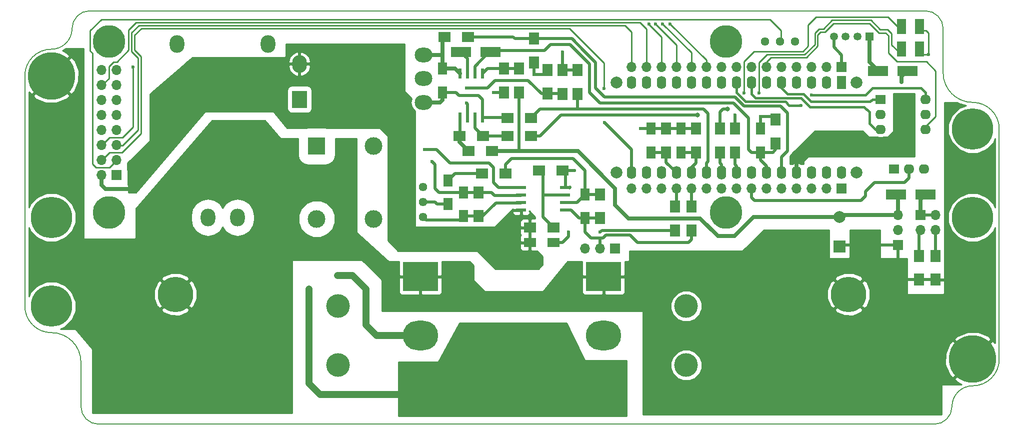
<source format=gbr>
G04 #@! TF.FileFunction,Copper,L1,Top,Signal*
%FSLAX46Y46*%
G04 Gerber Fmt 4.6, Leading zero omitted, Abs format (unit mm)*
G04 Created by KiCad (PCBNEW 4.0.7-e2-6376~61~ubuntu18.04.1) date Tue May 29 09:04:43 2018*
%MOMM*%
%LPD*%
G01*
G04 APERTURE LIST*
%ADD10C,0.100000*%
%ADD11C,0.150000*%
%ADD12R,1.800000X1.600000*%
%ADD13O,1.800000X1.600000*%
%ADD14R,2.000000X1.700000*%
%ADD15R,1.600000X2.000000*%
%ADD16C,8.000000*%
%ADD17C,7.000000*%
%ADD18R,1.700000X2.000000*%
%ADD19O,5.500000X5.500000*%
%ADD20O,1.700000X1.700000*%
%ADD21R,1.700000X1.700000*%
%ADD22R,1.500000X2.600000*%
%ADD23C,6.000000*%
%ADD24R,1.350000X1.350000*%
%ADD25C,1.350000*%
%ADD26R,2.000000X1.600000*%
%ADD27R,1.750000X0.550000*%
%ADD28C,2.000000*%
%ADD29R,2.000000X2.000000*%
%ADD30O,6.000000X5.000000*%
%ADD31C,4.000000*%
%ADD32R,6.000000X5.000000*%
%ADD33R,1.600000X2.200000*%
%ADD34O,1.600000X2.200000*%
%ADD35O,1.600000X2.400000*%
%ADD36O,2.500000X3.000000*%
%ADD37O,3.000000X2.500000*%
%ADD38R,2.500000X3.000000*%
%ADD39R,0.550000X1.750000*%
%ADD40C,1.440000*%
%ADD41C,3.000000*%
%ADD42R,3.000000X3.000000*%
%ADD43R,3.500000X1.800000*%
%ADD44C,0.600000*%
%ADD45C,1.000000*%
%ADD46C,0.800000*%
%ADD47C,0.700000*%
%ADD48C,0.500000*%
%ADD49C,0.250000*%
%ADD50C,1.200000*%
%ADD51C,0.400000*%
%ADD52C,0.254000*%
G04 APERTURE END LIST*
D10*
D11*
X-4000000Y48500000D02*
G75*
G03X1000000Y43500000I5000000J0D01*
G01*
X5500000Y39000000D02*
G75*
G03X1000000Y43500000I-4500000J0D01*
G01*
X-150000000Y-500000D02*
G75*
G03X-155000000Y4500000I-5000000J0D01*
G01*
X-159500000Y9000000D02*
G75*
G03X-155000000Y4500000I4500000J0D01*
G01*
X-5500000Y-11000000D02*
G75*
G03X-2500000Y-8000000I0J3000000D01*
G01*
X1000000Y-4500000D02*
G75*
G03X-2500000Y-8000000I0J-3500000D01*
G01*
X1000000Y-4500000D02*
G75*
G03X5500000Y0I0J4500000D01*
G01*
X-155000000Y52500000D02*
G75*
G03X-151500000Y56000000I0J3500000D01*
G01*
X-155000000Y52500000D02*
G75*
G03X-159500000Y48000000I0J-4500000D01*
G01*
X-148500000Y59000000D02*
G75*
G03X-151500000Y56000000I0J-3000000D01*
G01*
X-147000000Y-11000000D02*
X-5500000Y-11000000D01*
X5500000Y0D02*
X5500000Y39000000D01*
X-150000000Y-8000000D02*
X-150000000Y-500000D01*
X-150000000Y-8000000D02*
G75*
G03X-147000000Y-11000000I3000000J0D01*
G01*
X-4000000Y56000000D02*
X-4000000Y48500000D01*
X-4000000Y56000000D02*
G75*
G03X-7000000Y59000000I-3000000J0D01*
G01*
X-159500000Y48000000D02*
X-159500000Y9000000D01*
X-7000000Y59000000D02*
X-148500000Y59000000D01*
D12*
X-14594000Y44023000D03*
D13*
X-14594000Y41483000D03*
X-6974000Y38943000D03*
X-14594000Y38943000D03*
X-6974000Y41483000D03*
X-6974000Y44023000D03*
D14*
X-88476000Y54564000D03*
X-84476000Y54564000D03*
D15*
X-48376000Y35038000D03*
X-48376000Y39038000D03*
D16*
X1000000Y0D03*
D14*
X-80412000Y35260000D03*
X-84412000Y35260000D03*
D17*
X-155000000Y24000000D03*
X1000000Y24000000D03*
X-155000000Y9000000D03*
X1000000Y39000000D03*
D16*
X-155000000Y48000000D03*
D18*
X-75808000Y45198000D03*
X-75808000Y49198000D03*
X-78348000Y49198000D03*
X-78348000Y45198000D03*
X-32374000Y36562000D03*
X-32374000Y40562000D03*
D19*
X-40770000Y53827000D03*
X-40770000Y24827000D03*
X-145270000Y24827000D03*
D20*
X-144000000Y48987000D03*
X-146540000Y48987000D03*
X-144000000Y46447000D03*
X-146540000Y46447000D03*
X-144000000Y43907000D03*
X-146540000Y43907000D03*
X-144000000Y41367000D03*
X-146540000Y41367000D03*
X-144000000Y38827000D03*
X-146540000Y38827000D03*
X-144000000Y36287000D03*
X-146540000Y36287000D03*
X-144000000Y33747000D03*
X-146540000Y33747000D03*
D21*
X-144000000Y31207000D03*
D20*
X-146540000Y31207000D03*
D19*
X-145270000Y53827000D03*
D15*
X-53456000Y35038000D03*
X-53456000Y39038000D03*
D18*
X-49392000Y21830000D03*
X-49392000Y25830000D03*
X-50916000Y35038000D03*
X-50916000Y39038000D03*
D22*
X-8014000Y52532000D03*
X-11014000Y52532000D03*
X-8014000Y56342000D03*
X-11014000Y56342000D03*
D18*
X-39232000Y39038000D03*
X-39232000Y35038000D03*
X-41772000Y39038000D03*
X-41772000Y35038000D03*
X-73268000Y54278000D03*
X-73268000Y50278000D03*
D14*
X-77808000Y40848000D03*
X-73808000Y40848000D03*
D18*
X-65902000Y48944000D03*
X-65902000Y44944000D03*
X-46598000Y21830000D03*
X-46598000Y25830000D03*
X-45836000Y35038000D03*
X-45836000Y39038000D03*
D23*
X-134000000Y11000000D03*
X-20000000Y11000000D03*
D12*
X-12308000Y32212000D03*
D13*
X-9768000Y32212000D03*
X-7228000Y32212000D03*
D21*
X-21200000Y49520000D03*
D20*
X-23740000Y49520000D03*
X-26280000Y49520000D03*
X-28820000Y49520000D03*
X-31360000Y49520000D03*
X-33900000Y49520000D03*
X-36440000Y49520000D03*
X-38980000Y49520000D03*
X-41520000Y49520000D03*
X-44060000Y49520000D03*
X-46600000Y49520000D03*
X-49140000Y49520000D03*
X-51680000Y49520000D03*
X-54220000Y49520000D03*
X-56760000Y49520000D03*
D21*
X-21200000Y28880000D03*
D20*
X-23740000Y28880000D03*
X-26280000Y28880000D03*
X-28820000Y28880000D03*
X-31360000Y28880000D03*
X-33900000Y28880000D03*
X-36440000Y28880000D03*
X-38980000Y28880000D03*
X-41520000Y28880000D03*
X-44060000Y28880000D03*
X-46600000Y28880000D03*
X-49140000Y28880000D03*
X-51680000Y28880000D03*
X-54220000Y28880000D03*
X-56760000Y28880000D03*
D24*
X-16510000Y54610000D03*
D25*
X-18510000Y54610000D03*
X-20510000Y54610000D03*
X-22510000Y54610000D03*
D21*
X-11684000Y19304000D03*
D20*
X-11684000Y21844000D03*
X-11684000Y24384000D03*
D21*
X-59552000Y18750000D03*
D20*
X-62092000Y18750000D03*
X-64632000Y18750000D03*
D21*
X-7874000Y24384000D03*
D20*
X-5334000Y24384000D03*
X-7874000Y21844000D03*
X-5334000Y21844000D03*
D18*
X-8128000Y17494000D03*
X-8128000Y13494000D03*
X-5334000Y17494000D03*
X-5334000Y13494000D03*
D15*
X-85206000Y24243000D03*
X-85206000Y28243000D03*
X-87873000Y30275000D03*
X-87873000Y26275000D03*
X-64632000Y23894000D03*
X-64632000Y27894000D03*
D26*
X-73998000Y19766000D03*
X-69998000Y19766000D03*
D18*
X-82666000Y24243000D03*
X-82666000Y28243000D03*
D14*
X-69998000Y22306000D03*
X-73998000Y22306000D03*
X-68474000Y31958000D03*
X-72474000Y31958000D03*
X-78126000Y31450000D03*
X-82126000Y31450000D03*
D18*
X-62092000Y23894000D03*
X-62092000Y27894000D03*
D27*
X-68044000Y25259000D03*
X-68044000Y26529000D03*
X-68044000Y27799000D03*
X-68044000Y29069000D03*
X-75444000Y29069000D03*
X-75444000Y27799000D03*
X-75444000Y26529000D03*
X-75444000Y25259000D03*
D15*
X-88762000Y45198000D03*
X-88762000Y49198000D03*
D28*
X-21590000Y24050000D03*
D29*
X-21590000Y19050000D03*
D30*
X-92500000Y-6000000D03*
X-92500000Y4000000D03*
D31*
X-106500000Y-1000000D03*
D32*
X-92500000Y14000000D03*
D31*
X-106500000Y9000000D03*
D30*
X-61500000Y-6000000D03*
X-61500000Y4000000D03*
D31*
X-47500000Y-1000000D03*
D32*
X-61500000Y14000000D03*
D31*
X-47500000Y9000000D03*
D28*
X-59300000Y31580000D03*
X-59300000Y46820000D03*
X-18660000Y31580000D03*
D33*
X-21200000Y46820000D03*
D34*
X-23740000Y46820000D03*
X-56760000Y31580000D03*
X-26280000Y46820000D03*
X-54220000Y31580000D03*
X-28820000Y46820000D03*
X-51680000Y31580000D03*
X-31360000Y46820000D03*
X-49140000Y31580000D03*
X-33900000Y46820000D03*
X-46600000Y31580000D03*
X-36440000Y46820000D03*
X-44060000Y31580000D03*
X-38980000Y46820000D03*
D35*
X-41520000Y31580000D03*
D34*
X-41520000Y46820000D03*
X-38980000Y31580000D03*
X-44060000Y46820000D03*
X-36440000Y31580000D03*
X-46600000Y46820000D03*
X-33900000Y31580000D03*
X-49140000Y46820000D03*
X-31360000Y31580000D03*
X-51680000Y46820000D03*
X-28820000Y31580000D03*
X-54220000Y46820000D03*
X-26280000Y31580000D03*
X-56760000Y46820000D03*
X-23740000Y31580000D03*
X-21200000Y31580000D03*
D28*
X-18660000Y46820000D03*
D36*
X-118300000Y53400000D03*
X-133700000Y53400000D03*
X-128500000Y24000000D03*
X-123500000Y24000000D03*
D37*
X-92000000Y43500000D03*
X-92000000Y51500000D03*
X-92000000Y47500000D03*
D36*
X-113000000Y50000000D03*
D38*
X-113000000Y44000000D03*
D39*
X-85841000Y40958000D03*
X-84571000Y40958000D03*
X-83301000Y40958000D03*
X-82031000Y40958000D03*
X-82031000Y48358000D03*
X-83301000Y48358000D03*
X-84571000Y48358000D03*
X-85841000Y48358000D03*
D14*
X-73808000Y37800000D03*
X-77808000Y37800000D03*
X-81936000Y37800000D03*
X-85936000Y37800000D03*
D40*
X-92064000Y24084000D03*
X-92064000Y26624000D03*
X-92064000Y29164000D03*
X-34152000Y53802000D03*
X-31612000Y53802000D03*
X-29072000Y53802000D03*
D41*
X-100472000Y36076000D03*
D42*
X-110072000Y36076000D03*
D41*
X-100472000Y23776000D03*
X-110072000Y23776000D03*
D18*
X-68442000Y48944000D03*
X-68442000Y44944000D03*
X-70982000Y44976000D03*
X-70982000Y48976000D03*
D15*
X-34914000Y35038000D03*
X-34914000Y39038000D03*
D43*
X-80674000Y52024000D03*
X-85674000Y52024000D03*
X-7014000Y27894000D03*
X-12014000Y27894000D03*
X-10062000Y48849000D03*
X-15062000Y48849000D03*
D44*
X-34914000Y41102000D03*
X-66410000Y31958000D03*
X-73268000Y48246000D03*
X-55234000Y39102000D03*
X-67426000Y21544000D03*
X-80126000Y45166000D03*
X-6477000Y51562000D03*
X-11038000Y46944000D03*
X-11038000Y44658000D03*
X-11038000Y42880000D03*
X-68442000Y52056000D03*
X-72506000Y16718000D03*
X-106542000Y14178000D03*
D45*
X-111368000Y11892000D03*
D44*
X-35179000Y45085000D03*
X-39232000Y41356000D03*
X-37719000Y45085000D03*
D46*
X-40502000Y42372000D03*
X-45582000Y41388000D03*
D44*
X-51487500Y56786500D03*
X-52694000Y56786500D03*
X-53837000Y56786500D03*
X-61457000Y45864500D03*
X-61330000Y40118000D03*
X-141213000Y49484000D03*
X-50217500Y56786500D03*
X-26278000Y44785000D03*
X-28056000Y43007000D03*
X-62092000Y21544000D03*
X-91810000Y35514000D03*
X-90540000Y33482000D03*
X-84698000Y43388000D03*
X-84698000Y45960000D03*
D47*
X-92000000Y43500000D02*
X-89158000Y43500000D01*
X-88762000Y43896000D02*
X-88762000Y45198000D01*
X-89158000Y43500000D02*
X-88762000Y43896000D01*
D48*
X-82666000Y44658000D02*
X-85968000Y44658000D01*
X-82031000Y40958000D02*
X-82031000Y44023000D01*
X-82031000Y44023000D02*
X-82666000Y44658000D01*
X-86508000Y45198000D02*
X-88762000Y45198000D01*
X-85968000Y44658000D02*
X-86508000Y45198000D01*
X-82031000Y40958000D02*
X-77918000Y40958000D01*
X-77918000Y40958000D02*
X-77808000Y40848000D01*
X-32914000Y41102000D02*
X-34914000Y41102000D01*
X-34914000Y41102000D02*
X-34914000Y39038000D01*
X-32914000Y41102000D02*
X-32374000Y40562000D01*
X-68474000Y31958000D02*
X-66410000Y31958000D01*
X-70982000Y48976000D02*
X-71712000Y48246000D01*
X-71712000Y48246000D02*
X-73268000Y48246000D01*
X-73268000Y48246000D02*
X-73268000Y50278000D01*
X-68044000Y29069000D02*
X-67934000Y29179000D01*
X-67934000Y29179000D02*
X-67934000Y31482000D01*
X-67282000Y29037000D02*
X-67172000Y29147000D01*
X-53456000Y39038000D02*
X-53520000Y39102000D01*
X-53520000Y39102000D02*
X-55234000Y39102000D01*
X-69998000Y19766000D02*
X-68442000Y19766000D01*
X-67426000Y20782000D02*
X-67426000Y21544000D01*
X-68442000Y19766000D02*
X-67426000Y20782000D01*
X-50916000Y39038000D02*
X-53456000Y39038000D01*
X-48376000Y39038000D02*
X-50916000Y39038000D01*
X-45836000Y39038000D02*
X-48376000Y39038000D01*
X-78348000Y45198000D02*
X-80094000Y45198000D01*
X-80094000Y45198000D02*
X-80126000Y45166000D01*
D49*
X-6477000Y51562000D02*
X-6477000Y55245000D01*
X-8088500Y51562000D02*
X-6477000Y51562000D01*
X-6921500Y55689500D02*
X-8088500Y55689500D01*
X-6477000Y55245000D02*
X-6921500Y55689500D01*
X-8088500Y55689500D02*
X-8025000Y55753000D01*
D47*
X-88762000Y51516000D02*
X-88762000Y54278000D01*
X-88762000Y54278000D02*
X-88476000Y54564000D01*
X-85841000Y48358000D02*
X-86681000Y49198000D01*
X-86681000Y49198000D02*
X-88762000Y49198000D01*
X-92000000Y51500000D02*
X-91984000Y51516000D01*
X-91984000Y51516000D02*
X-88762000Y51516000D01*
X-88762000Y51516000D02*
X-88762000Y49198000D01*
X-10062000Y48849000D02*
X-11038000Y47873000D01*
X-11038000Y47873000D02*
X-11038000Y46944000D01*
X-13070000Y36449000D02*
X-11038000Y38481000D01*
X-11038000Y38481000D02*
X-11038000Y42880000D01*
D48*
X-68442000Y48976000D02*
X-68442000Y52056000D01*
X-68442000Y48976000D02*
X-66156000Y48976000D01*
D47*
X-146540000Y31207000D02*
X-146540000Y29509500D01*
X-145859500Y28829000D02*
X-141287500Y28829000D01*
X-146540000Y29509500D02*
X-145859500Y28829000D01*
X-28820000Y33981500D02*
X-26352500Y36449000D01*
X-26352500Y36449000D02*
X-13070000Y36449000D01*
X-13070000Y36449000D02*
X-13017500Y36449000D01*
X-28820000Y33981500D02*
X-28820000Y31580000D01*
X-13017500Y36449000D02*
X-13081000Y36449000D01*
D48*
X-21200000Y49520000D02*
X-21200000Y51553000D01*
X-21200000Y51553000D02*
X-22510000Y52863000D01*
X-22510000Y52863000D02*
X-22510000Y54610000D01*
D47*
X-11684000Y24384000D02*
X-11684000Y27564000D01*
X-11684000Y27564000D02*
X-12014000Y27894000D01*
D48*
X-75808000Y45198000D02*
X-75808000Y35260000D01*
X-75808000Y35260000D02*
X-75808000Y35514000D01*
X-75808000Y35514000D02*
X-75808000Y35260000D01*
D47*
X-80412000Y35260000D02*
X-75808000Y35260000D01*
X-75808000Y35260000D02*
X-65870000Y35260000D01*
X-42164000Y20891500D02*
X-45134500Y23862000D01*
X-36148000Y24050000D02*
X-21590000Y24050000D01*
X-36148000Y24050000D02*
X-39306500Y20891500D01*
X-42164000Y20891500D02*
X-39306500Y20891500D01*
X-59552000Y26148000D02*
X-59552000Y28942000D01*
X-57266000Y23862000D02*
X-59552000Y26148000D01*
X-45134500Y23862000D02*
X-57266000Y23862000D01*
X-65870000Y35260000D02*
X-59552000Y28942000D01*
D48*
X-75808000Y44944000D02*
X-75554000Y45198000D01*
D47*
X-21590000Y24050000D02*
X-21256000Y24384000D01*
X-21256000Y24384000D02*
X-15367000Y24384000D01*
X-15367000Y24384000D02*
X-11684000Y24384000D01*
D48*
X-84476000Y54564000D02*
X-76824000Y54564000D01*
X-76538000Y54278000D02*
X-73268000Y54278000D01*
X-76824000Y54564000D02*
X-76538000Y54278000D01*
X-73300000Y54310000D02*
X-73268000Y54278000D01*
X-31566000Y42880000D02*
X-37708000Y42880000D01*
X-61327000Y44436000D02*
X-62854000Y45963000D01*
X-62854000Y50246000D02*
X-64632000Y52024000D01*
X-62854000Y45963000D02*
X-62854000Y50246000D01*
X-73268000Y54278000D02*
X-66886000Y54278000D01*
X-64632000Y52024000D02*
X-66886000Y54278000D01*
X-30342000Y35260000D02*
X-31360000Y34242000D01*
X-31360000Y34242000D02*
X-31360000Y31580000D01*
X-31566000Y42880000D02*
X-30342000Y41656000D01*
X-30342000Y41656000D02*
X-30342000Y35260000D01*
X-39264000Y44436000D02*
X-61327000Y44436000D01*
X-37708000Y42880000D02*
X-39264000Y44436000D01*
X-73490000Y54056000D02*
X-73268000Y54278000D01*
X-83301000Y48358000D02*
X-83301000Y49611000D01*
X-83301000Y49611000D02*
X-81142000Y51770000D01*
X-81142000Y51770000D02*
X-80674000Y51770000D01*
X-39518000Y43420000D02*
X-36946000Y40848000D01*
X-63870000Y45166000D02*
X-63870000Y49992000D01*
X-63870000Y49992000D02*
X-67172000Y53294000D01*
X-71490000Y52278000D02*
X-81416000Y52278000D01*
X-70474000Y53294000D02*
X-71490000Y52278000D01*
X-67172000Y53294000D02*
X-70474000Y53294000D01*
X-39518000Y43420000D02*
X-62124000Y43420000D01*
X-62124000Y43420000D02*
X-63870000Y45166000D01*
X-36470000Y35038000D02*
X-34914000Y35038000D01*
X-36946000Y35514000D02*
X-36470000Y35038000D01*
X-36946000Y40848000D02*
X-36946000Y35514000D01*
X-34914000Y35038000D02*
X-32850000Y35038000D01*
X-32850000Y35038000D02*
X-32374000Y35514000D01*
X-32374000Y35514000D02*
X-32374000Y36562000D01*
X-33900000Y31580000D02*
X-33900000Y32722000D01*
X-33900000Y32722000D02*
X-34914000Y33736000D01*
X-34914000Y33736000D02*
X-34914000Y35038000D01*
D49*
X-33900000Y31575000D02*
X-33900000Y31580000D01*
D48*
X-39232000Y35038000D02*
X-39232000Y32974000D01*
X-38980000Y32722000D02*
X-38980000Y31580000D01*
X-39232000Y32974000D02*
X-38980000Y32722000D01*
X-38980000Y31580000D02*
X-38980000Y32013000D01*
X-41772000Y35038000D02*
X-41772000Y33228000D01*
X-41520000Y32976000D02*
X-41520000Y31580000D01*
X-41772000Y33228000D02*
X-41520000Y32976000D01*
X-41520000Y31580000D02*
X-41520000Y32330500D01*
X-44566000Y42388000D02*
X-43804000Y41626000D01*
X-44060000Y33226000D02*
X-44060000Y31580000D01*
X-43804000Y33482000D02*
X-44060000Y33226000D01*
X-43804000Y41626000D02*
X-43804000Y33482000D01*
X-65902000Y42388000D02*
X-65902000Y44976000D01*
X-44582000Y42388000D02*
X-44566000Y42388000D01*
X-44566000Y42388000D02*
X-65902000Y42388000D01*
X-65902000Y42388000D02*
X-72268000Y42388000D01*
X-72268000Y42388000D02*
X-73808000Y40848000D01*
X-44598000Y42404000D02*
X-44582000Y42388000D01*
X-44069000Y31589000D02*
X-44060000Y31580000D01*
X-45836000Y35038000D02*
X-48376000Y35038000D01*
X-46600000Y31580000D02*
X-46600000Y32464000D01*
X-46600000Y32464000D02*
X-45836000Y33228000D01*
X-45836000Y33228000D02*
X-45836000Y35038000D01*
X-46598000Y25830000D02*
X-46598000Y28878000D01*
X-46598000Y28878000D02*
X-46600000Y28880000D01*
D49*
X-46600000Y31580000D02*
X-46600000Y32591000D01*
D48*
X-84932000Y51262000D02*
X-84571000Y50901000D01*
X-84571000Y50901000D02*
X-84571000Y48358000D01*
D50*
X-99920000Y4000000D02*
X-92500000Y4000000D01*
X-101716000Y5796000D02*
X-99920000Y4000000D01*
X-101716000Y11892000D02*
X-101716000Y5796000D01*
X-104002000Y14178000D02*
X-101716000Y11892000D01*
X-106542000Y14178000D02*
X-104002000Y14178000D01*
X-92518000Y4018000D02*
X-92500000Y4000000D01*
X-109478000Y-6000000D02*
X-92500000Y-6000000D01*
X-111368000Y-4110000D02*
X-109478000Y-6000000D01*
X-111368000Y11892000D02*
X-111368000Y-4110000D01*
D49*
X-27439900Y51579500D02*
X-25717500Y53301900D01*
X-25717500Y53301900D02*
X-25717500Y55245000D01*
X-25717500Y55245000D02*
X-25019000Y55943500D01*
X-25019000Y55943500D02*
X-24257000Y55943500D01*
X-24257000Y55943500D02*
X-22796500Y57404000D01*
X-22796500Y57404000D02*
X-16256000Y57404000D01*
X-16256000Y57404000D02*
X-14668500Y55816500D01*
X-14668500Y55816500D02*
X-13462000Y55816500D01*
X-13462000Y55816500D02*
X-12763500Y55118000D01*
X-12763500Y55118000D02*
X-12763500Y53237000D01*
X-11088500Y51562000D02*
X-12763500Y53237000D01*
X-35179000Y50235000D02*
X-33834500Y51579500D01*
X-33834500Y51579500D02*
X-27439900Y51579500D01*
X-35179000Y45085000D02*
X-35179000Y50235000D01*
D48*
X-39232000Y41356000D02*
X-39232000Y39038000D01*
D49*
X-37681750Y50445250D02*
X-37681750Y45122250D01*
X-37681750Y45122250D02*
X-37719000Y45085000D01*
X-35999000Y52128000D02*
X-27755000Y52128000D01*
X-26860500Y56578500D02*
X-25527000Y57912000D01*
X-25527000Y57912000D02*
X-13311000Y57912000D01*
X-11088500Y55689500D02*
X-13311000Y57912000D01*
X-26860500Y53022500D02*
X-26860500Y56578500D01*
X-27755000Y52128000D02*
X-26860500Y53022500D01*
X-37681750Y50445250D02*
X-35999000Y52128000D01*
D48*
X-41772000Y41864000D02*
X-41772000Y39038000D01*
X-41264000Y42372000D02*
X-41772000Y41864000D01*
X-40502000Y42372000D02*
X-41264000Y42372000D01*
X-5334000Y13494000D02*
X-5256000Y13416000D01*
X-5256000Y13416000D02*
X-2402000Y13416000D01*
X-21590000Y19050000D02*
X-21336000Y19304000D01*
X-21336000Y19304000D02*
X-11684000Y19304000D01*
X-5334000Y13494000D02*
X-8128000Y13494000D01*
X-8128000Y13494000D02*
X-10446000Y13494000D01*
X-11684000Y14732000D02*
X-11684000Y19304000D01*
X-10446000Y13494000D02*
X-11684000Y14732000D01*
X-9768000Y32212000D02*
X-9768000Y30688000D01*
X-36440000Y27388000D02*
X-36440000Y28880000D01*
X-35930000Y26878000D02*
X-36440000Y27388000D01*
X-17896000Y26878000D02*
X-35930000Y26878000D01*
X-17134000Y27640000D02*
X-17896000Y26878000D01*
X-17134000Y28402000D02*
X-17134000Y27640000D01*
X-15610000Y29926000D02*
X-17134000Y28402000D01*
X-10530000Y29926000D02*
X-15610000Y29926000D01*
X-9768000Y30688000D02*
X-10530000Y29926000D01*
X-73808000Y37800000D02*
X-72284000Y37800000D01*
X-68696000Y41388000D02*
X-45582000Y41388000D01*
X-72284000Y37800000D02*
X-68696000Y41388000D01*
D49*
X-46600000Y51899000D02*
X-46600000Y49520000D01*
X-51487500Y56786500D02*
X-46600000Y51899000D01*
X-144000000Y43780000D02*
X-143678500Y43780000D01*
X-49140000Y53232500D02*
X-49140000Y49520000D01*
X-52694000Y56786500D02*
X-49140000Y53232500D01*
X-53837000Y56786500D02*
X-53900500Y56786500D01*
X-51680000Y54566000D02*
X-51680000Y49520000D01*
X-53900500Y56786500D02*
X-51680000Y54566000D01*
X-51741500Y49581500D02*
X-51680000Y49520000D01*
X-144000000Y46320000D02*
X-144000000Y46824000D01*
X-141911500Y55770500D02*
X-140641500Y57040500D01*
X-54220000Y55899500D02*
X-54220000Y49520000D01*
X-55361000Y57040500D02*
X-54220000Y55899500D01*
X-140641500Y57040500D02*
X-55361000Y57040500D01*
X-146540000Y46320000D02*
X-146536000Y46320000D01*
X-146536000Y46320000D02*
X-145277000Y47579000D01*
X-145277000Y47579000D02*
X-145277000Y49547500D01*
X-145277000Y49547500D02*
X-144451500Y50373000D01*
X-144451500Y50373000D02*
X-143880000Y50373000D01*
X-143880000Y50373000D02*
X-141911500Y52341500D01*
X-141911500Y52341500D02*
X-141911500Y55770500D01*
D48*
X-56760000Y31580000D02*
X-56760000Y35548000D01*
D49*
X-140895500Y54881500D02*
X-139752500Y56024500D01*
X-145150000Y35006000D02*
X-143054500Y35006000D01*
X-143054500Y35006000D02*
X-139816000Y38244500D01*
X-139816000Y38244500D02*
X-139816000Y51262000D01*
X-139816000Y51262000D02*
X-140895500Y52341500D01*
X-140895500Y52341500D02*
X-140895500Y54881500D01*
X-145150000Y35006000D02*
X-146536000Y33620000D01*
X-67299000Y56024500D02*
X-61457000Y50182500D01*
X-139752500Y56024500D02*
X-67299000Y56024500D01*
X-61457000Y50182500D02*
X-61457000Y45864500D01*
D48*
X-56760000Y35548000D02*
X-61330000Y40118000D01*
D49*
X-146540000Y33620000D02*
X-146536000Y33620000D01*
X-141213000Y39324000D02*
X-141213000Y49484000D01*
X-44060000Y50629000D02*
X-44060000Y49520000D01*
X-50217500Y56786500D02*
X-44060000Y50629000D01*
X-145150000Y37546000D02*
X-142991000Y37546000D01*
X-146536000Y36160000D02*
X-145150000Y37546000D01*
X-142991000Y37546000D02*
X-141213000Y39324000D01*
X-146540000Y36160000D02*
X-146536000Y36160000D01*
X-140355750Y38784250D02*
X-142980000Y36160000D01*
X-144000000Y36160000D02*
X-142980000Y36160000D01*
X-141403500Y52087500D02*
X-141403500Y55326000D01*
X-140355750Y51039750D02*
X-141403500Y52087500D01*
X-140355750Y51039750D02*
X-140355750Y38784250D01*
X-144000000Y36160000D02*
X-143615000Y36160000D01*
X-144000000Y36160000D02*
X-143869000Y36160000D01*
X-141403500Y55326000D02*
X-140197000Y56532500D01*
X-140197000Y56532500D02*
X-57901000Y56532500D01*
X-57901000Y56532500D02*
X-56760000Y55391500D01*
X-56760000Y55391500D02*
X-56760000Y49520000D01*
X-145171500Y32448500D02*
X-144000000Y33620000D01*
X-147447000Y32448500D02*
X-145171500Y32448500D01*
X-148082000Y33083500D02*
X-147447000Y32448500D01*
X-148082000Y51816000D02*
X-148082000Y33083500D01*
X-148452000Y52186000D02*
X-148082000Y51816000D01*
X-144000000Y33620000D02*
X-144000000Y33616000D01*
X-148452000Y55643500D02*
X-148452000Y52186000D01*
X-148452000Y55643500D02*
X-146547000Y57548500D01*
X-146547000Y57548500D02*
X-33326500Y57548500D01*
X-33326500Y57548500D02*
X-31460000Y55682000D01*
X-31460000Y53500000D02*
X-31460000Y55682000D01*
D51*
X-14594000Y44023000D02*
X-15991000Y44023000D01*
X-30342000Y44912000D02*
X-31360000Y45930000D01*
X-27675000Y44912000D02*
X-30342000Y44912000D01*
X-26405000Y43642000D02*
X-27675000Y44912000D01*
X-16372000Y43642000D02*
X-26405000Y43642000D01*
X-15991000Y44023000D02*
X-16372000Y43642000D01*
X-31360000Y45930000D02*
X-31360000Y46820000D01*
D49*
X-33141502Y51129498D02*
X-27166002Y51129498D01*
X-33900000Y50371000D02*
X-33141502Y51129498D01*
X-33900000Y49520000D02*
X-33900000Y50371000D01*
X-11849100Y50393600D02*
X-6804100Y50393600D01*
X-13271500Y51816000D02*
X-11849100Y50393600D01*
X-13271500Y54794998D02*
X-13271500Y51816000D01*
X-13721502Y55245000D02*
X-13271500Y54794998D01*
X-14859000Y55245000D02*
X-13721502Y55245000D01*
X-16446500Y56832500D02*
X-14859000Y55245000D01*
X-22606000Y56832500D02*
X-16446500Y56832500D01*
X-24003000Y55435500D02*
X-22606000Y56832500D01*
X-24765000Y55435500D02*
X-24003000Y55435500D01*
X-25267498Y54933002D02*
X-24765000Y55435500D01*
X-25267498Y53028002D02*
X-25267498Y54933002D01*
X-27166002Y51129498D02*
X-25267498Y53028002D01*
X-5259500Y41102000D02*
X-6974000Y39387500D01*
X-6804100Y50393600D02*
X-5259500Y48849000D01*
X-5259500Y48849000D02*
X-5259500Y41102000D01*
D51*
X-14594000Y38943000D02*
X-15483000Y38943000D01*
X-15483000Y38943000D02*
X-16499000Y39959000D01*
X-16499000Y39959000D02*
X-16499000Y41864000D01*
X-16499000Y41864000D02*
X-17388000Y42753000D01*
X-17388000Y42753000D02*
X-26532000Y42753000D01*
X-26532000Y42753000D02*
X-28056000Y44277000D01*
X-28056000Y44277000D02*
X-35803000Y44277000D01*
X-35803000Y44277000D02*
X-36440000Y44914000D01*
X-36440000Y44914000D02*
X-36440000Y46820000D01*
X-38980000Y46820000D02*
X-38980000Y45168000D01*
X-6974000Y45166000D02*
X-6974000Y44023000D01*
X-7736000Y45928000D02*
X-6974000Y45166000D01*
X-15991000Y45928000D02*
X-7736000Y45928000D01*
X-17134000Y44785000D02*
X-15991000Y45928000D01*
X-26278000Y44785000D02*
X-17134000Y44785000D01*
X-30088000Y43007000D02*
X-28056000Y43007000D01*
X-30723000Y43642000D02*
X-30088000Y43007000D01*
X-37454000Y43642000D02*
X-30723000Y43642000D01*
X-38980000Y45168000D02*
X-37454000Y43642000D01*
D49*
X-6921500Y44520000D02*
X-6974000Y44467500D01*
D48*
X-49392000Y25830000D02*
X-49140000Y26082000D01*
X-49140000Y26082000D02*
X-49140000Y28880000D01*
X-50916000Y35038000D02*
X-53456000Y35038000D01*
X-49140000Y31580000D02*
X-50916000Y33356000D01*
X-50916000Y33356000D02*
X-50916000Y35038000D01*
D47*
X-15062000Y48849000D02*
X-16510000Y50297000D01*
X-16510000Y50297000D02*
X-16510000Y54610000D01*
D48*
X-62092000Y18750000D02*
X-62092000Y20560000D01*
X-57012000Y21036000D02*
X-61108000Y21036000D01*
X-57012000Y21036000D02*
X-55742000Y19766000D01*
X-55742000Y19766000D02*
X-47106000Y19766000D01*
X-47106000Y19766000D02*
X-46598000Y20274000D01*
X-46598000Y21830000D02*
X-46598000Y20274000D01*
X-64632000Y21576000D02*
X-64632000Y23894000D01*
X-63616000Y20560000D02*
X-64632000Y21576000D01*
X-61584000Y20560000D02*
X-62092000Y20560000D01*
X-62092000Y20560000D02*
X-63616000Y20560000D01*
X-61108000Y21036000D02*
X-61584000Y20560000D01*
X-64632000Y23894000D02*
X-65680000Y23894000D01*
X-67045000Y25259000D02*
X-68044000Y25259000D01*
X-65680000Y23894000D02*
X-67045000Y25259000D01*
X-64632000Y23894000D02*
X-62092000Y23894000D01*
X-61806000Y21830000D02*
X-49392000Y21830000D01*
X-62092000Y21544000D02*
X-61806000Y21830000D01*
X-7874000Y21844000D02*
X-8128000Y21590000D01*
X-8128000Y21590000D02*
X-8128000Y17494000D01*
X-5334000Y21844000D02*
X-5334000Y17494000D01*
D47*
X-7874000Y24384000D02*
X-7874000Y27034000D01*
X-7874000Y27034000D02*
X-7014000Y27894000D01*
D48*
X-7874000Y24384000D02*
X-5334000Y24384000D01*
X-87492000Y33228000D02*
X-89778000Y35514000D01*
X-75444000Y29069000D02*
X-79269000Y29069000D01*
X-80888000Y33228000D02*
X-86222000Y33228000D01*
X-80126000Y32466000D02*
X-80888000Y33228000D01*
X-80126000Y29926000D02*
X-80126000Y32466000D01*
X-79269000Y29069000D02*
X-80126000Y29926000D01*
X-86222000Y33228000D02*
X-87492000Y33228000D01*
X-89778000Y35514000D02*
X-91810000Y35514000D01*
X-75460000Y29053000D02*
X-75444000Y29069000D01*
X-75476000Y26497000D02*
X-79745000Y26497000D01*
X-79745000Y26497000D02*
X-81999000Y24243000D01*
X-75476000Y26497000D02*
X-75444000Y26529000D01*
X-82666000Y24243000D02*
X-81999000Y24243000D01*
X-85206000Y24243000D02*
X-82666000Y24243000D01*
X-92064000Y24084000D02*
X-91556000Y23576000D01*
X-91556000Y23576000D02*
X-85873000Y23576000D01*
X-85873000Y23576000D02*
X-85206000Y24243000D01*
X-90032000Y28910000D02*
X-90032000Y32974000D01*
X-89365000Y28243000D02*
X-85206000Y28243000D01*
X-89365000Y28243000D02*
X-90032000Y28910000D01*
X-90032000Y32974000D02*
X-90540000Y33482000D01*
X-75476000Y27767000D02*
X-79999000Y27767000D01*
X-80475000Y28243000D02*
X-79999000Y27767000D01*
X-80475000Y28243000D02*
X-82666000Y28243000D01*
X-75476000Y27767000D02*
X-75444000Y27799000D01*
X-82666000Y28243000D02*
X-85206000Y28243000D01*
X-66664000Y33990000D02*
X-77078000Y33990000D01*
X-78126000Y32942000D02*
X-78126000Y31450000D01*
X-77078000Y33990000D02*
X-78126000Y32942000D01*
X-64632000Y27894000D02*
X-65997000Y26529000D01*
X-65997000Y26529000D02*
X-68044000Y26529000D01*
X-64632000Y27894000D02*
X-62092000Y27894000D01*
X-66664000Y33990000D02*
X-64632000Y31958000D01*
X-64632000Y31958000D02*
X-64632000Y27894000D01*
X-66664000Y33990000D02*
X-66664000Y33990000D01*
X-82126000Y31450000D02*
X-86698000Y31450000D01*
X-86698000Y31450000D02*
X-87873000Y30275000D01*
X-87873000Y26275000D02*
X-89683000Y26275000D01*
X-90032000Y26624000D02*
X-92064000Y26624000D01*
X-89683000Y26275000D02*
X-90032000Y26624000D01*
X-68044000Y27799000D02*
X-71744000Y27799000D01*
X-71744000Y27799000D02*
X-71744000Y27894000D01*
X-69998000Y22306000D02*
X-71744000Y24052000D01*
X-71744000Y29418000D02*
X-71744000Y31228000D01*
X-71744000Y24052000D02*
X-71744000Y27894000D01*
X-71744000Y27894000D02*
X-71744000Y29418000D01*
X-71744000Y31228000D02*
X-72474000Y31958000D01*
D47*
X-85936000Y37800000D02*
X-85936000Y36784000D01*
X-85936000Y36784000D02*
X-84412000Y35260000D01*
D48*
X-85936000Y37800000D02*
X-85841000Y37895000D01*
X-85841000Y37895000D02*
X-85841000Y40958000D01*
X-85936000Y38308000D02*
X-85841000Y38403000D01*
X-81936000Y37800000D02*
X-78316000Y37800000D01*
X-78316000Y37800000D02*
X-77808000Y38308000D01*
X-81936000Y37800000D02*
X-83301000Y39165000D01*
X-83301000Y39165000D02*
X-83301000Y40958000D01*
X-75808000Y49198000D02*
X-78348000Y49198000D01*
X-82031000Y48358000D02*
X-81191000Y49198000D01*
X-81191000Y49198000D02*
X-78348000Y49198000D01*
X-70982000Y44976000D02*
X-72030000Y44976000D01*
X-84571000Y43261000D02*
X-84698000Y43388000D01*
X-84571000Y43261000D02*
X-84571000Y40958000D01*
X-81142000Y45960000D02*
X-84698000Y45960000D01*
X-79872000Y47230000D02*
X-81142000Y45960000D01*
X-74284000Y47230000D02*
X-79872000Y47230000D01*
X-72030000Y44976000D02*
X-74284000Y47230000D01*
X-70982000Y44976000D02*
X-68696000Y44976000D01*
D52*
G36*
X-64746493Y-100957D02*
X-64716092Y-141171D01*
X-64672439Y-166390D01*
X-64632000Y-173000D01*
X-57647000Y-173000D01*
X-57647000Y-9571000D01*
X-96255000Y-9571000D01*
X-96255000Y-427000D01*
X-89524000Y-427000D01*
X-89474590Y-416994D01*
X-89432965Y-388553D01*
X-89412180Y-360211D01*
X-85892143Y6177000D01*
X-67759912Y6177000D01*
X-64746493Y-100957D01*
X-64746493Y-100957D01*
G37*
X-64746493Y-100957D02*
X-64716092Y-141171D01*
X-64672439Y-166390D01*
X-64632000Y-173000D01*
X-57647000Y-173000D01*
X-57647000Y-9571000D01*
X-96255000Y-9571000D01*
X-96255000Y-427000D01*
X-89524000Y-427000D01*
X-89474590Y-416994D01*
X-89432965Y-388553D01*
X-89412180Y-360211D01*
X-85892143Y6177000D01*
X-67759912Y6177000D01*
X-64746493Y-100957D01*
G36*
X-95239000Y45420000D02*
X-95228994Y45370590D01*
X-95201803Y45330197D01*
X-94043232Y44171626D01*
X-94176827Y43500000D01*
X-94033340Y42778642D01*
X-93624723Y42167104D01*
X-93461000Y42057708D01*
X-93461000Y22560000D01*
X-93450994Y22510590D01*
X-93422553Y22468965D01*
X-93380159Y22441685D01*
X-93334000Y22433000D01*
X-79872000Y22433000D01*
X-79822590Y22443006D01*
X-79781730Y22470668D01*
X-78978522Y23282310D01*
X-75633000Y23282310D01*
X-75633000Y22591750D01*
X-75474250Y22433000D01*
X-74125000Y22433000D01*
X-74125000Y23632250D01*
X-74283750Y23791000D01*
X-75124309Y23791000D01*
X-75357698Y23694327D01*
X-75536327Y23515699D01*
X-75633000Y23282310D01*
X-78978522Y23282310D01*
X-77305150Y24973250D01*
X-76954000Y24973250D01*
X-76954000Y24857690D01*
X-76857327Y24624301D01*
X-76678698Y24445673D01*
X-76445309Y24349000D01*
X-75729750Y24349000D01*
X-75571000Y24507750D01*
X-75571000Y25132000D01*
X-76795250Y25132000D01*
X-76954000Y24973250D01*
X-77305150Y24973250D01*
X-76846234Y25436984D01*
X-76795250Y25386000D01*
X-75571000Y25386000D01*
X-75571000Y25406000D01*
X-75317000Y25406000D01*
X-75317000Y25386000D01*
X-75297000Y25386000D01*
X-75297000Y25132000D01*
X-75317000Y25132000D01*
X-75317000Y24507750D01*
X-75158250Y24349000D01*
X-74442691Y24349000D01*
X-74209302Y24445673D01*
X-74030673Y24624301D01*
X-73934000Y24857690D01*
X-73934000Y24973250D01*
X-74092748Y25131998D01*
X-74025982Y25131998D01*
X-73141000Y24070020D01*
X-73141000Y23791000D01*
X-73712250Y23791000D01*
X-73871000Y23632250D01*
X-73871000Y22433000D01*
X-73851000Y22433000D01*
X-73851000Y22179000D01*
X-73871000Y22179000D01*
X-73871000Y19893000D01*
X-73851000Y19893000D01*
X-73851000Y19639000D01*
X-73871000Y19639000D01*
X-73871000Y18489750D01*
X-73712250Y18331000D01*
X-72871691Y18331000D01*
X-72803042Y18359436D01*
X-71871000Y17427394D01*
X-71871000Y16008606D01*
X-72558606Y15321000D01*
X-79819394Y15321000D01*
X-82830197Y18331803D01*
X-82872211Y18359666D01*
X-82920000Y18369000D01*
X-96329394Y18369000D01*
X-97440644Y19480250D01*
X-75633000Y19480250D01*
X-75633000Y18839690D01*
X-75536327Y18606301D01*
X-75357698Y18427673D01*
X-75124309Y18331000D01*
X-74283750Y18331000D01*
X-74125000Y18489750D01*
X-74125000Y19639000D01*
X-75474250Y19639000D01*
X-75633000Y19480250D01*
X-97440644Y19480250D01*
X-98033000Y20072606D01*
X-98033000Y22020250D01*
X-75633000Y22020250D01*
X-75633000Y21329690D01*
X-75536327Y21096301D01*
X-75451026Y21011000D01*
X-75536327Y20925699D01*
X-75633000Y20692310D01*
X-75633000Y20051750D01*
X-75474250Y19893000D01*
X-74125000Y19893000D01*
X-74125000Y22179000D01*
X-75474250Y22179000D01*
X-75633000Y22020250D01*
X-98033000Y22020250D01*
X-98033000Y37800000D01*
X-98043006Y37849410D01*
X-98070197Y37889803D01*
X-99340197Y39159803D01*
X-99382211Y39187666D01*
X-99430000Y39197000D01*
X-108384973Y39197000D01*
X-108572000Y39234874D01*
X-111572000Y39234874D01*
X-111773283Y39197000D01*
X-115117817Y39197000D01*
X-117365707Y41944421D01*
X-117404740Y41976326D01*
X-117464000Y41991000D01*
X-128894000Y41991000D01*
X-128943410Y41980994D01*
X-128990678Y41946355D01*
X-140636647Y28275000D01*
X-141978373Y28275000D01*
X-142111576Y33222818D01*
X-138340197Y36994197D01*
X-138312334Y37036211D01*
X-138303000Y37084000D01*
X-138303000Y44900133D01*
X-137613115Y45500000D01*
X-115093201Y45500000D01*
X-115093201Y42500000D01*
X-115035535Y42193532D01*
X-114854413Y41912061D01*
X-114578052Y41723231D01*
X-114250000Y41656799D01*
X-111750000Y41656799D01*
X-111443532Y41714465D01*
X-111162061Y41895587D01*
X-110973231Y42171948D01*
X-110906799Y42500000D01*
X-110906799Y45500000D01*
X-110964465Y45806468D01*
X-111145587Y46087939D01*
X-111421948Y46276769D01*
X-111750000Y46343201D01*
X-114250000Y46343201D01*
X-114556468Y46285535D01*
X-114837939Y46104413D01*
X-115026769Y45828052D01*
X-115093201Y45500000D01*
X-137613115Y45500000D01*
X-132925503Y49575960D01*
X-114885115Y49575960D01*
X-114675017Y48867806D01*
X-114209913Y48293958D01*
X-113560611Y47941779D01*
X-113419645Y47912305D01*
X-113127000Y48028428D01*
X-113127000Y49873000D01*
X-112873000Y49873000D01*
X-112873000Y48028428D01*
X-112580355Y47912305D01*
X-112439389Y47941779D01*
X-111790087Y48293958D01*
X-111324983Y48867806D01*
X-111114885Y49575960D01*
X-111269618Y49873000D01*
X-112873000Y49873000D01*
X-113127000Y49873000D01*
X-114730382Y49873000D01*
X-114885115Y49575960D01*
X-132925503Y49575960D01*
X-131950157Y50424040D01*
X-114885115Y50424040D01*
X-114730382Y50127000D01*
X-113127000Y50127000D01*
X-113127000Y51971572D01*
X-112873000Y51971572D01*
X-112873000Y50127000D01*
X-111269618Y50127000D01*
X-111114885Y50424040D01*
X-111324983Y51132194D01*
X-111790087Y51706042D01*
X-112439389Y52058221D01*
X-112580355Y52087695D01*
X-112873000Y51971572D01*
X-113127000Y51971572D01*
X-113419645Y52087695D01*
X-113560611Y52058221D01*
X-114209913Y51706042D01*
X-114675017Y51132194D01*
X-114885115Y50424040D01*
X-131950157Y50424040D01*
X-131132507Y51135000D01*
X-115432000Y51135000D01*
X-115382590Y51145006D01*
X-115340965Y51173447D01*
X-115313685Y51215841D01*
X-115305000Y51262000D01*
X-115305000Y53421000D01*
X-95239000Y53421000D01*
X-95239000Y45420000D01*
X-95239000Y45420000D01*
G37*
X-95239000Y45420000D02*
X-95228994Y45370590D01*
X-95201803Y45330197D01*
X-94043232Y44171626D01*
X-94176827Y43500000D01*
X-94033340Y42778642D01*
X-93624723Y42167104D01*
X-93461000Y42057708D01*
X-93461000Y22560000D01*
X-93450994Y22510590D01*
X-93422553Y22468965D01*
X-93380159Y22441685D01*
X-93334000Y22433000D01*
X-79872000Y22433000D01*
X-79822590Y22443006D01*
X-79781730Y22470668D01*
X-78978522Y23282310D01*
X-75633000Y23282310D01*
X-75633000Y22591750D01*
X-75474250Y22433000D01*
X-74125000Y22433000D01*
X-74125000Y23632250D01*
X-74283750Y23791000D01*
X-75124309Y23791000D01*
X-75357698Y23694327D01*
X-75536327Y23515699D01*
X-75633000Y23282310D01*
X-78978522Y23282310D01*
X-77305150Y24973250D01*
X-76954000Y24973250D01*
X-76954000Y24857690D01*
X-76857327Y24624301D01*
X-76678698Y24445673D01*
X-76445309Y24349000D01*
X-75729750Y24349000D01*
X-75571000Y24507750D01*
X-75571000Y25132000D01*
X-76795250Y25132000D01*
X-76954000Y24973250D01*
X-77305150Y24973250D01*
X-76846234Y25436984D01*
X-76795250Y25386000D01*
X-75571000Y25386000D01*
X-75571000Y25406000D01*
X-75317000Y25406000D01*
X-75317000Y25386000D01*
X-75297000Y25386000D01*
X-75297000Y25132000D01*
X-75317000Y25132000D01*
X-75317000Y24507750D01*
X-75158250Y24349000D01*
X-74442691Y24349000D01*
X-74209302Y24445673D01*
X-74030673Y24624301D01*
X-73934000Y24857690D01*
X-73934000Y24973250D01*
X-74092748Y25131998D01*
X-74025982Y25131998D01*
X-73141000Y24070020D01*
X-73141000Y23791000D01*
X-73712250Y23791000D01*
X-73871000Y23632250D01*
X-73871000Y22433000D01*
X-73851000Y22433000D01*
X-73851000Y22179000D01*
X-73871000Y22179000D01*
X-73871000Y19893000D01*
X-73851000Y19893000D01*
X-73851000Y19639000D01*
X-73871000Y19639000D01*
X-73871000Y18489750D01*
X-73712250Y18331000D01*
X-72871691Y18331000D01*
X-72803042Y18359436D01*
X-71871000Y17427394D01*
X-71871000Y16008606D01*
X-72558606Y15321000D01*
X-79819394Y15321000D01*
X-82830197Y18331803D01*
X-82872211Y18359666D01*
X-82920000Y18369000D01*
X-96329394Y18369000D01*
X-97440644Y19480250D01*
X-75633000Y19480250D01*
X-75633000Y18839690D01*
X-75536327Y18606301D01*
X-75357698Y18427673D01*
X-75124309Y18331000D01*
X-74283750Y18331000D01*
X-74125000Y18489750D01*
X-74125000Y19639000D01*
X-75474250Y19639000D01*
X-75633000Y19480250D01*
X-97440644Y19480250D01*
X-98033000Y20072606D01*
X-98033000Y22020250D01*
X-75633000Y22020250D01*
X-75633000Y21329690D01*
X-75536327Y21096301D01*
X-75451026Y21011000D01*
X-75536327Y20925699D01*
X-75633000Y20692310D01*
X-75633000Y20051750D01*
X-75474250Y19893000D01*
X-74125000Y19893000D01*
X-74125000Y22179000D01*
X-75474250Y22179000D01*
X-75633000Y22020250D01*
X-98033000Y22020250D01*
X-98033000Y37800000D01*
X-98043006Y37849410D01*
X-98070197Y37889803D01*
X-99340197Y39159803D01*
X-99382211Y39187666D01*
X-99430000Y39197000D01*
X-108384973Y39197000D01*
X-108572000Y39234874D01*
X-111572000Y39234874D01*
X-111773283Y39197000D01*
X-115117817Y39197000D01*
X-117365707Y41944421D01*
X-117404740Y41976326D01*
X-117464000Y41991000D01*
X-128894000Y41991000D01*
X-128943410Y41980994D01*
X-128990678Y41946355D01*
X-140636647Y28275000D01*
X-141978373Y28275000D01*
X-142111576Y33222818D01*
X-138340197Y36994197D01*
X-138312334Y37036211D01*
X-138303000Y37084000D01*
X-138303000Y44900133D01*
X-137613115Y45500000D01*
X-115093201Y45500000D01*
X-115093201Y42500000D01*
X-115035535Y42193532D01*
X-114854413Y41912061D01*
X-114578052Y41723231D01*
X-114250000Y41656799D01*
X-111750000Y41656799D01*
X-111443532Y41714465D01*
X-111162061Y41895587D01*
X-110973231Y42171948D01*
X-110906799Y42500000D01*
X-110906799Y45500000D01*
X-110964465Y45806468D01*
X-111145587Y46087939D01*
X-111421948Y46276769D01*
X-111750000Y46343201D01*
X-114250000Y46343201D01*
X-114556468Y46285535D01*
X-114837939Y46104413D01*
X-115026769Y45828052D01*
X-115093201Y45500000D01*
X-137613115Y45500000D01*
X-132925503Y49575960D01*
X-114885115Y49575960D01*
X-114675017Y48867806D01*
X-114209913Y48293958D01*
X-113560611Y47941779D01*
X-113419645Y47912305D01*
X-113127000Y48028428D01*
X-113127000Y49873000D01*
X-112873000Y49873000D01*
X-112873000Y48028428D01*
X-112580355Y47912305D01*
X-112439389Y47941779D01*
X-111790087Y48293958D01*
X-111324983Y48867806D01*
X-111114885Y49575960D01*
X-111269618Y49873000D01*
X-112873000Y49873000D01*
X-113127000Y49873000D01*
X-114730382Y49873000D01*
X-114885115Y49575960D01*
X-132925503Y49575960D01*
X-131950157Y50424040D01*
X-114885115Y50424040D01*
X-114730382Y50127000D01*
X-113127000Y50127000D01*
X-113127000Y51971572D01*
X-112873000Y51971572D01*
X-112873000Y50127000D01*
X-111269618Y50127000D01*
X-111114885Y50424040D01*
X-111324983Y51132194D01*
X-111790087Y51706042D01*
X-112439389Y52058221D01*
X-112580355Y52087695D01*
X-112873000Y51971572D01*
X-113127000Y51971572D01*
X-113419645Y52087695D01*
X-113560611Y52058221D01*
X-114209913Y51706042D01*
X-114675017Y51132194D01*
X-114885115Y50424040D01*
X-131950157Y50424040D01*
X-131132507Y51135000D01*
X-115432000Y51135000D01*
X-115382590Y51145006D01*
X-115340965Y51173447D01*
X-115313685Y51215841D01*
X-115305000Y51262000D01*
X-115305000Y53421000D01*
X-95239000Y53421000D01*
X-95239000Y45420000D01*
G36*
X-8879000Y34371000D02*
X-26786000Y34371000D01*
X-26835410Y34360994D01*
X-26875803Y34333803D01*
X-27637803Y33571803D01*
X-27665666Y33529789D01*
X-27675000Y33482000D01*
X-27675000Y33101000D01*
X-28107962Y33101000D01*
X-28388181Y33254367D01*
X-28470961Y33271904D01*
X-28693000Y33149915D01*
X-28693000Y33101000D01*
X-28947000Y33101000D01*
X-28947000Y33149915D01*
X-29169039Y33271904D01*
X-29251819Y33254367D01*
X-29532038Y33101000D01*
X-29961000Y33101000D01*
X-29961000Y34389421D01*
X-29716213Y34634208D01*
X-29716210Y34634210D01*
X-29603499Y34802895D01*
X-25717394Y38689000D01*
X-17694606Y38689000D01*
X-16715803Y37710197D01*
X-16673789Y37682334D01*
X-16626000Y37673000D01*
X-15356684Y37673000D01*
X-15273223Y37617233D01*
X-14724072Y37508000D01*
X-14463928Y37508000D01*
X-13914777Y37617233D01*
X-13831316Y37673000D01*
X-13324000Y37673000D01*
X-13274590Y37683006D01*
X-13234197Y37710197D01*
X-12472197Y38472197D01*
X-12444334Y38514211D01*
X-12435000Y38562000D01*
X-12435000Y45039000D01*
X-8879000Y45039000D01*
X-8879000Y34371000D01*
X-8879000Y34371000D01*
G37*
X-8879000Y34371000D02*
X-26786000Y34371000D01*
X-26835410Y34360994D01*
X-26875803Y34333803D01*
X-27637803Y33571803D01*
X-27665666Y33529789D01*
X-27675000Y33482000D01*
X-27675000Y33101000D01*
X-28107962Y33101000D01*
X-28388181Y33254367D01*
X-28470961Y33271904D01*
X-28693000Y33149915D01*
X-28693000Y33101000D01*
X-28947000Y33101000D01*
X-28947000Y33149915D01*
X-29169039Y33271904D01*
X-29251819Y33254367D01*
X-29532038Y33101000D01*
X-29961000Y33101000D01*
X-29961000Y34389421D01*
X-29716213Y34634208D01*
X-29716210Y34634210D01*
X-29603499Y34802895D01*
X-25717394Y38689000D01*
X-17694606Y38689000D01*
X-16715803Y37710197D01*
X-16673789Y37682334D01*
X-16626000Y37673000D01*
X-15356684Y37673000D01*
X-15273223Y37617233D01*
X-14724072Y37508000D01*
X-14463928Y37508000D01*
X-13914777Y37617233D01*
X-13831316Y37673000D01*
X-13324000Y37673000D01*
X-13274590Y37683006D01*
X-13234197Y37710197D01*
X-12472197Y38472197D01*
X-12444334Y38514211D01*
X-12435000Y38562000D01*
X-12435000Y45039000D01*
X-8879000Y45039000D01*
X-8879000Y34371000D01*
G36*
X-149595000Y20528000D02*
X-149584994Y20478590D01*
X-149556553Y20436965D01*
X-149514159Y20409685D01*
X-149468000Y20401000D01*
X-140832000Y20401000D01*
X-140782590Y20411006D01*
X-140740965Y20439447D01*
X-140713685Y20481841D01*
X-140705000Y20528000D01*
X-140705000Y24311262D01*
X-131377000Y24311262D01*
X-131377000Y23688738D01*
X-131158001Y22587758D01*
X-130534346Y21654392D01*
X-129600980Y21030737D01*
X-128500000Y20811738D01*
X-127399020Y21030737D01*
X-126465654Y21654392D01*
X-126000000Y22351293D01*
X-125534346Y21654392D01*
X-124600980Y21030737D01*
X-123500000Y20811738D01*
X-122399020Y21030737D01*
X-121465654Y21654392D01*
X-120841999Y22587758D01*
X-120728824Y23156730D01*
X-113199542Y23156730D01*
X-112724488Y22007011D01*
X-111845616Y21126604D01*
X-110696728Y20649544D01*
X-109452730Y20648458D01*
X-108303011Y21123512D01*
X-107422604Y22002384D01*
X-106945544Y23151272D01*
X-106944458Y24395270D01*
X-107419512Y25544989D01*
X-108298384Y26425396D01*
X-109447272Y26902456D01*
X-110691270Y26903542D01*
X-111840989Y26428488D01*
X-112721396Y25549616D01*
X-113198456Y24400728D01*
X-113199542Y23156730D01*
X-120728824Y23156730D01*
X-120623000Y23688738D01*
X-120623000Y24311262D01*
X-120841999Y25412242D01*
X-121465654Y26345608D01*
X-122399020Y26969263D01*
X-123500000Y27188262D01*
X-124600980Y26969263D01*
X-125534346Y26345608D01*
X-126000000Y25648707D01*
X-126465654Y26345608D01*
X-127399020Y26969263D01*
X-128500000Y27188262D01*
X-129600980Y26969263D01*
X-130534346Y26345608D01*
X-131158001Y25412242D01*
X-131377000Y24311262D01*
X-140705000Y24311262D01*
X-140705000Y25560718D01*
X-127819909Y40467000D01*
X-118793483Y40467000D01*
X-116291564Y37464697D01*
X-116252246Y37433144D01*
X-116194000Y37419000D01*
X-113230874Y37419000D01*
X-113230874Y34576000D01*
X-113117425Y33973070D01*
X-112761094Y33419316D01*
X-112217395Y33047822D01*
X-111572000Y32917126D01*
X-108572000Y32917126D01*
X-107969070Y33030575D01*
X-107415316Y33386906D01*
X-107043822Y33930605D01*
X-106913126Y34576000D01*
X-106913126Y37419000D01*
X-103367000Y37419000D01*
X-103367000Y21544000D01*
X-103356994Y21494590D01*
X-103325206Y21449825D01*
X-97991206Y16623825D01*
X-97947854Y16598095D01*
X-97906000Y16591000D01*
X-96135000Y16591000D01*
X-96135000Y14285750D01*
X-95976250Y14127000D01*
X-92627000Y14127000D01*
X-92627000Y14147000D01*
X-92373000Y14147000D01*
X-92373000Y14127000D01*
X-89023750Y14127000D01*
X-88865000Y14285750D01*
X-88865000Y16591000D01*
X-84242606Y16591000D01*
X-83555000Y15903394D01*
X-83555000Y13416000D01*
X-83544994Y13366590D01*
X-83517803Y13326197D01*
X-81739803Y11548197D01*
X-81697789Y11520334D01*
X-81650000Y11511000D01*
X-71744000Y11511000D01*
X-71694590Y11521006D01*
X-71644830Y11558664D01*
X-69920362Y13714250D01*
X-65135000Y13714250D01*
X-65135000Y11373691D01*
X-65038327Y11140302D01*
X-64859699Y10961673D01*
X-64626310Y10865000D01*
X-61785750Y10865000D01*
X-61627000Y11023750D01*
X-61627000Y13873000D01*
X-61373000Y13873000D01*
X-61373000Y11023750D01*
X-61214250Y10865000D01*
X-58373690Y10865000D01*
X-58140301Y10961673D01*
X-57961673Y11140302D01*
X-57865000Y11373691D01*
X-57865000Y13596630D01*
X-22417025Y13596630D01*
X-20000000Y11179605D01*
X-17582975Y13596630D01*
X-17925566Y14071277D01*
X-19258800Y14631342D01*
X-20704875Y14638568D01*
X-22043639Y14091854D01*
X-22074434Y14071277D01*
X-22417025Y13596630D01*
X-57865000Y13596630D01*
X-57865000Y13714250D01*
X-58023750Y13873000D01*
X-61373000Y13873000D01*
X-61627000Y13873000D01*
X-64976250Y13873000D01*
X-65135000Y13714250D01*
X-69920362Y13714250D01*
X-67618961Y16591000D01*
X-65135000Y16591000D01*
X-65135000Y14285750D01*
X-64976250Y14127000D01*
X-61627000Y14127000D01*
X-61627000Y14147000D01*
X-61373000Y14147000D01*
X-61373000Y14127000D01*
X-58023750Y14127000D01*
X-57865000Y14285750D01*
X-57865000Y16591000D01*
X-57266000Y16591000D01*
X-57216590Y16601006D01*
X-57174965Y16629447D01*
X-57147685Y16671841D01*
X-57139000Y16718000D01*
X-57139000Y18369000D01*
X-37962000Y18369000D01*
X-37912590Y18379006D01*
X-37872197Y18406197D01*
X-34353394Y21925000D01*
X-23357000Y21925000D01*
X-23357000Y17226000D01*
X-23346994Y17176590D01*
X-23318553Y17134965D01*
X-23276159Y17107685D01*
X-23230000Y17099000D01*
X-19928000Y17099000D01*
X-19878590Y17109006D01*
X-19836965Y17137447D01*
X-19809685Y17179841D01*
X-19801000Y17226000D01*
X-19801000Y21925000D01*
X-14721000Y21925000D01*
X-14721000Y17226000D01*
X-14710994Y17176590D01*
X-14682553Y17134965D01*
X-14640159Y17107685D01*
X-14594000Y17099000D01*
X-10149000Y17099000D01*
X-10149000Y11130000D01*
X-10138994Y11080590D01*
X-10110553Y11038965D01*
X-10068159Y11011685D01*
X-10022000Y11003000D01*
X-3926000Y11003000D01*
X-3876590Y11013006D01*
X-3834965Y11041447D01*
X-3807685Y11083841D01*
X-3799000Y11130000D01*
X-3799000Y43515000D01*
X-1644222Y43515000D01*
X-1307872Y43290258D01*
X-1157945Y43228157D01*
X-1051931Y43184244D01*
X-140307Y43002911D01*
X-1339229Y42507526D01*
X-2503438Y41345347D01*
X-3134280Y39826111D01*
X-3135716Y38181106D01*
X-2507526Y36660771D01*
X-1345347Y35496562D01*
X173889Y34865720D01*
X1818894Y34864284D01*
X3339229Y35492474D01*
X4503438Y36654653D01*
X4790000Y37344771D01*
X4790000Y25655590D01*
X4507526Y26339229D01*
X3345347Y27503438D01*
X1826111Y28134280D01*
X181106Y28135716D01*
X-1339229Y27507526D01*
X-2503438Y26345347D01*
X-3134280Y24826111D01*
X-3135716Y23181106D01*
X-2507526Y21660771D01*
X-1345347Y20496562D01*
X173889Y19865720D01*
X1818894Y19864284D01*
X3339229Y20492474D01*
X4503438Y21654653D01*
X4790000Y22344771D01*
X4790000Y2759501D01*
X4317949Y3138344D01*
X1179605Y0D01*
X1193748Y-14143D01*
X1014143Y-193748D01*
X1000000Y-179605D01*
X-2138344Y-3317949D01*
X-1674010Y-3896524D01*
X-880006Y-4237000D01*
X-4180000Y-4237000D01*
X-4229410Y-4247006D01*
X-4271035Y-4275447D01*
X-4298315Y-4317841D01*
X-4307000Y-4364000D01*
X-4307000Y-9317000D01*
X-54853000Y-9317000D01*
X-54853000Y-1521834D01*
X-50135457Y-1521834D01*
X-49735147Y-2490658D01*
X-48994557Y-3232542D01*
X-48026433Y-3634542D01*
X-46978166Y-3635457D01*
X-46009342Y-3235147D01*
X-45267458Y-2494557D01*
X-44865458Y-1526433D01*
X-44864881Y-864447D01*
X-3646068Y-864447D01*
X-2961598Y-2576619D01*
X-2896524Y-2674010D01*
X-2317949Y-3138344D01*
X820395Y0D01*
X-2317949Y3138344D01*
X-2896524Y2674010D01*
X-3623218Y979328D01*
X-3646068Y-864447D01*
X-44864881Y-864447D01*
X-44864543Y-478166D01*
X-45264853Y490658D01*
X-46005443Y1232542D01*
X-46973567Y1634542D01*
X-48021834Y1635457D01*
X-48990658Y1235147D01*
X-49732542Y494557D01*
X-50134542Y-473567D01*
X-50135457Y-1521834D01*
X-54853000Y-1521834D01*
X-54853000Y3317949D01*
X-2138344Y3317949D01*
X1000000Y179605D01*
X4138344Y3317949D01*
X3674010Y3896524D01*
X1979328Y4623218D01*
X135553Y4646068D01*
X-1576619Y3961598D01*
X-1674010Y3896524D01*
X-2138344Y3317949D01*
X-54853000Y3317949D01*
X-54853000Y8082000D01*
X-54863006Y8131410D01*
X-54891447Y8173035D01*
X-54933841Y8200315D01*
X-54980000Y8209000D01*
X-99049000Y8209000D01*
X-99049000Y8478166D01*
X-50135457Y8478166D01*
X-49735147Y7509342D01*
X-48994557Y6767458D01*
X-48026433Y6365458D01*
X-46978166Y6364543D01*
X-46009342Y6764853D01*
X-45267458Y7505443D01*
X-44894607Y8403370D01*
X-22417025Y8403370D01*
X-22074434Y7928723D01*
X-20741200Y7368658D01*
X-19295125Y7361432D01*
X-17956361Y7908146D01*
X-17925566Y7928723D01*
X-17582975Y8403370D01*
X-20000000Y10820395D01*
X-22417025Y8403370D01*
X-44894607Y8403370D01*
X-44865458Y8473567D01*
X-44864543Y9521834D01*
X-45184060Y10295125D01*
X-23638568Y10295125D01*
X-23091854Y8956361D01*
X-23071277Y8925566D01*
X-22596630Y8582975D01*
X-20179605Y11000000D01*
X-19820395Y11000000D01*
X-17403370Y8582975D01*
X-16928723Y8925566D01*
X-16368658Y10258800D01*
X-16361432Y11704875D01*
X-16908146Y13043639D01*
X-16928723Y13074434D01*
X-17403370Y13417025D01*
X-19820395Y11000000D01*
X-20179605Y11000000D01*
X-22596630Y13417025D01*
X-23071277Y13074434D01*
X-23631342Y11741200D01*
X-23638568Y10295125D01*
X-45184060Y10295125D01*
X-45264853Y10490658D01*
X-46005443Y11232542D01*
X-46973567Y11634542D01*
X-48021834Y11635457D01*
X-48990658Y11235147D01*
X-49732542Y10494557D01*
X-50134542Y9526433D01*
X-50135457Y8478166D01*
X-99049000Y8478166D01*
X-99049000Y13416000D01*
X-99059006Y13465410D01*
X-99086197Y13505803D01*
X-99294644Y13714250D01*
X-96135000Y13714250D01*
X-96135000Y11373691D01*
X-96038327Y11140302D01*
X-95859699Y10961673D01*
X-95626310Y10865000D01*
X-92785750Y10865000D01*
X-92627000Y11023750D01*
X-92627000Y13873000D01*
X-92373000Y13873000D01*
X-92373000Y11023750D01*
X-92214250Y10865000D01*
X-89373690Y10865000D01*
X-89140301Y10961673D01*
X-88961673Y11140302D01*
X-88865000Y11373691D01*
X-88865000Y13714250D01*
X-89023750Y13873000D01*
X-92373000Y13873000D01*
X-92627000Y13873000D01*
X-95976250Y13873000D01*
X-96135000Y13714250D01*
X-99294644Y13714250D01*
X-102388197Y16807803D01*
X-102430211Y16835666D01*
X-102478000Y16845000D01*
X-114162000Y16845000D01*
X-114211410Y16834994D01*
X-114253035Y16806553D01*
X-114280315Y16764159D01*
X-114289000Y16718000D01*
X-114289000Y-9063000D01*
X-148071000Y-9063000D01*
X-148071000Y1732000D01*
X-148081006Y1781410D01*
X-148101050Y1814035D01*
X-150895050Y5116035D01*
X-150934604Y5147290D01*
X-150992000Y5161000D01*
X-153462999Y5161000D01*
X-152660771Y5492474D01*
X-151496562Y6654653D01*
X-150865720Y8173889D01*
X-150865520Y8403370D01*
X-136417025Y8403370D01*
X-136074434Y7928723D01*
X-134741200Y7368658D01*
X-133295125Y7361432D01*
X-131956361Y7908146D01*
X-131925566Y7928723D01*
X-131582975Y8403370D01*
X-134000000Y10820395D01*
X-136417025Y8403370D01*
X-150865520Y8403370D01*
X-150864284Y9818894D01*
X-151061058Y10295125D01*
X-137638568Y10295125D01*
X-137091854Y8956361D01*
X-137071277Y8925566D01*
X-136596630Y8582975D01*
X-134179605Y11000000D01*
X-133820395Y11000000D01*
X-131403370Y8582975D01*
X-130928723Y8925566D01*
X-130368658Y10258800D01*
X-130361432Y11704875D01*
X-130908146Y13043639D01*
X-130928723Y13074434D01*
X-131403370Y13417025D01*
X-133820395Y11000000D01*
X-134179605Y11000000D01*
X-136596630Y13417025D01*
X-137071277Y13074434D01*
X-137631342Y11741200D01*
X-137638568Y10295125D01*
X-151061058Y10295125D01*
X-151492474Y11339229D01*
X-152654653Y12503438D01*
X-154173889Y13134280D01*
X-155818894Y13135716D01*
X-157339229Y12507526D01*
X-158503438Y11345347D01*
X-158790000Y10655229D01*
X-158790000Y13596630D01*
X-136417025Y13596630D01*
X-134000000Y11179605D01*
X-131582975Y13596630D01*
X-131925566Y14071277D01*
X-133258800Y14631342D01*
X-134704875Y14638568D01*
X-136043639Y14091854D01*
X-136074434Y14071277D01*
X-136417025Y13596630D01*
X-158790000Y13596630D01*
X-158790000Y22344410D01*
X-158507526Y21660771D01*
X-157345347Y20496562D01*
X-155826111Y19865720D01*
X-154181106Y19864284D01*
X-152660771Y20492474D01*
X-151496562Y21654653D01*
X-150865720Y23173889D01*
X-150864284Y24818894D01*
X-151492474Y26339229D01*
X-152654653Y27503438D01*
X-154173889Y28134280D01*
X-155818894Y28135716D01*
X-157339229Y27507526D01*
X-158503438Y26345347D01*
X-158790000Y25655229D01*
X-158790000Y44682051D01*
X-158138344Y44682051D01*
X-157674010Y44103476D01*
X-155979328Y43376782D01*
X-154135553Y43353932D01*
X-152423381Y44038402D01*
X-152325990Y44103476D01*
X-151861656Y44682051D01*
X-155000000Y47820395D01*
X-158138344Y44682051D01*
X-158790000Y44682051D01*
X-158790000Y45240499D01*
X-158317949Y44861656D01*
X-155179605Y48000000D01*
X-154820395Y48000000D01*
X-151682051Y44861656D01*
X-151103476Y45325990D01*
X-150376782Y47020672D01*
X-150353932Y48864447D01*
X-151038402Y50576619D01*
X-151103476Y50674010D01*
X-151682051Y51138344D01*
X-154820395Y48000000D01*
X-155179605Y48000000D01*
X-155193747Y48014142D01*
X-155014142Y48193747D01*
X-155000000Y48179605D01*
X-151861656Y51317949D01*
X-152325990Y51896524D01*
X-153153485Y52251361D01*
X-152543409Y52659000D01*
X-149595000Y52659000D01*
X-149595000Y20528000D01*
X-149595000Y20528000D01*
G37*
X-149595000Y20528000D02*
X-149584994Y20478590D01*
X-149556553Y20436965D01*
X-149514159Y20409685D01*
X-149468000Y20401000D01*
X-140832000Y20401000D01*
X-140782590Y20411006D01*
X-140740965Y20439447D01*
X-140713685Y20481841D01*
X-140705000Y20528000D01*
X-140705000Y24311262D01*
X-131377000Y24311262D01*
X-131377000Y23688738D01*
X-131158001Y22587758D01*
X-130534346Y21654392D01*
X-129600980Y21030737D01*
X-128500000Y20811738D01*
X-127399020Y21030737D01*
X-126465654Y21654392D01*
X-126000000Y22351293D01*
X-125534346Y21654392D01*
X-124600980Y21030737D01*
X-123500000Y20811738D01*
X-122399020Y21030737D01*
X-121465654Y21654392D01*
X-120841999Y22587758D01*
X-120728824Y23156730D01*
X-113199542Y23156730D01*
X-112724488Y22007011D01*
X-111845616Y21126604D01*
X-110696728Y20649544D01*
X-109452730Y20648458D01*
X-108303011Y21123512D01*
X-107422604Y22002384D01*
X-106945544Y23151272D01*
X-106944458Y24395270D01*
X-107419512Y25544989D01*
X-108298384Y26425396D01*
X-109447272Y26902456D01*
X-110691270Y26903542D01*
X-111840989Y26428488D01*
X-112721396Y25549616D01*
X-113198456Y24400728D01*
X-113199542Y23156730D01*
X-120728824Y23156730D01*
X-120623000Y23688738D01*
X-120623000Y24311262D01*
X-120841999Y25412242D01*
X-121465654Y26345608D01*
X-122399020Y26969263D01*
X-123500000Y27188262D01*
X-124600980Y26969263D01*
X-125534346Y26345608D01*
X-126000000Y25648707D01*
X-126465654Y26345608D01*
X-127399020Y26969263D01*
X-128500000Y27188262D01*
X-129600980Y26969263D01*
X-130534346Y26345608D01*
X-131158001Y25412242D01*
X-131377000Y24311262D01*
X-140705000Y24311262D01*
X-140705000Y25560718D01*
X-127819909Y40467000D01*
X-118793483Y40467000D01*
X-116291564Y37464697D01*
X-116252246Y37433144D01*
X-116194000Y37419000D01*
X-113230874Y37419000D01*
X-113230874Y34576000D01*
X-113117425Y33973070D01*
X-112761094Y33419316D01*
X-112217395Y33047822D01*
X-111572000Y32917126D01*
X-108572000Y32917126D01*
X-107969070Y33030575D01*
X-107415316Y33386906D01*
X-107043822Y33930605D01*
X-106913126Y34576000D01*
X-106913126Y37419000D01*
X-103367000Y37419000D01*
X-103367000Y21544000D01*
X-103356994Y21494590D01*
X-103325206Y21449825D01*
X-97991206Y16623825D01*
X-97947854Y16598095D01*
X-97906000Y16591000D01*
X-96135000Y16591000D01*
X-96135000Y14285750D01*
X-95976250Y14127000D01*
X-92627000Y14127000D01*
X-92627000Y14147000D01*
X-92373000Y14147000D01*
X-92373000Y14127000D01*
X-89023750Y14127000D01*
X-88865000Y14285750D01*
X-88865000Y16591000D01*
X-84242606Y16591000D01*
X-83555000Y15903394D01*
X-83555000Y13416000D01*
X-83544994Y13366590D01*
X-83517803Y13326197D01*
X-81739803Y11548197D01*
X-81697789Y11520334D01*
X-81650000Y11511000D01*
X-71744000Y11511000D01*
X-71694590Y11521006D01*
X-71644830Y11558664D01*
X-69920362Y13714250D01*
X-65135000Y13714250D01*
X-65135000Y11373691D01*
X-65038327Y11140302D01*
X-64859699Y10961673D01*
X-64626310Y10865000D01*
X-61785750Y10865000D01*
X-61627000Y11023750D01*
X-61627000Y13873000D01*
X-61373000Y13873000D01*
X-61373000Y11023750D01*
X-61214250Y10865000D01*
X-58373690Y10865000D01*
X-58140301Y10961673D01*
X-57961673Y11140302D01*
X-57865000Y11373691D01*
X-57865000Y13596630D01*
X-22417025Y13596630D01*
X-20000000Y11179605D01*
X-17582975Y13596630D01*
X-17925566Y14071277D01*
X-19258800Y14631342D01*
X-20704875Y14638568D01*
X-22043639Y14091854D01*
X-22074434Y14071277D01*
X-22417025Y13596630D01*
X-57865000Y13596630D01*
X-57865000Y13714250D01*
X-58023750Y13873000D01*
X-61373000Y13873000D01*
X-61627000Y13873000D01*
X-64976250Y13873000D01*
X-65135000Y13714250D01*
X-69920362Y13714250D01*
X-67618961Y16591000D01*
X-65135000Y16591000D01*
X-65135000Y14285750D01*
X-64976250Y14127000D01*
X-61627000Y14127000D01*
X-61627000Y14147000D01*
X-61373000Y14147000D01*
X-61373000Y14127000D01*
X-58023750Y14127000D01*
X-57865000Y14285750D01*
X-57865000Y16591000D01*
X-57266000Y16591000D01*
X-57216590Y16601006D01*
X-57174965Y16629447D01*
X-57147685Y16671841D01*
X-57139000Y16718000D01*
X-57139000Y18369000D01*
X-37962000Y18369000D01*
X-37912590Y18379006D01*
X-37872197Y18406197D01*
X-34353394Y21925000D01*
X-23357000Y21925000D01*
X-23357000Y17226000D01*
X-23346994Y17176590D01*
X-23318553Y17134965D01*
X-23276159Y17107685D01*
X-23230000Y17099000D01*
X-19928000Y17099000D01*
X-19878590Y17109006D01*
X-19836965Y17137447D01*
X-19809685Y17179841D01*
X-19801000Y17226000D01*
X-19801000Y21925000D01*
X-14721000Y21925000D01*
X-14721000Y17226000D01*
X-14710994Y17176590D01*
X-14682553Y17134965D01*
X-14640159Y17107685D01*
X-14594000Y17099000D01*
X-10149000Y17099000D01*
X-10149000Y11130000D01*
X-10138994Y11080590D01*
X-10110553Y11038965D01*
X-10068159Y11011685D01*
X-10022000Y11003000D01*
X-3926000Y11003000D01*
X-3876590Y11013006D01*
X-3834965Y11041447D01*
X-3807685Y11083841D01*
X-3799000Y11130000D01*
X-3799000Y43515000D01*
X-1644222Y43515000D01*
X-1307872Y43290258D01*
X-1157945Y43228157D01*
X-1051931Y43184244D01*
X-140307Y43002911D01*
X-1339229Y42507526D01*
X-2503438Y41345347D01*
X-3134280Y39826111D01*
X-3135716Y38181106D01*
X-2507526Y36660771D01*
X-1345347Y35496562D01*
X173889Y34865720D01*
X1818894Y34864284D01*
X3339229Y35492474D01*
X4503438Y36654653D01*
X4790000Y37344771D01*
X4790000Y25655590D01*
X4507526Y26339229D01*
X3345347Y27503438D01*
X1826111Y28134280D01*
X181106Y28135716D01*
X-1339229Y27507526D01*
X-2503438Y26345347D01*
X-3134280Y24826111D01*
X-3135716Y23181106D01*
X-2507526Y21660771D01*
X-1345347Y20496562D01*
X173889Y19865720D01*
X1818894Y19864284D01*
X3339229Y20492474D01*
X4503438Y21654653D01*
X4790000Y22344771D01*
X4790000Y2759501D01*
X4317949Y3138344D01*
X1179605Y0D01*
X1193748Y-14143D01*
X1014143Y-193748D01*
X1000000Y-179605D01*
X-2138344Y-3317949D01*
X-1674010Y-3896524D01*
X-880006Y-4237000D01*
X-4180000Y-4237000D01*
X-4229410Y-4247006D01*
X-4271035Y-4275447D01*
X-4298315Y-4317841D01*
X-4307000Y-4364000D01*
X-4307000Y-9317000D01*
X-54853000Y-9317000D01*
X-54853000Y-1521834D01*
X-50135457Y-1521834D01*
X-49735147Y-2490658D01*
X-48994557Y-3232542D01*
X-48026433Y-3634542D01*
X-46978166Y-3635457D01*
X-46009342Y-3235147D01*
X-45267458Y-2494557D01*
X-44865458Y-1526433D01*
X-44864881Y-864447D01*
X-3646068Y-864447D01*
X-2961598Y-2576619D01*
X-2896524Y-2674010D01*
X-2317949Y-3138344D01*
X820395Y0D01*
X-2317949Y3138344D01*
X-2896524Y2674010D01*
X-3623218Y979328D01*
X-3646068Y-864447D01*
X-44864881Y-864447D01*
X-44864543Y-478166D01*
X-45264853Y490658D01*
X-46005443Y1232542D01*
X-46973567Y1634542D01*
X-48021834Y1635457D01*
X-48990658Y1235147D01*
X-49732542Y494557D01*
X-50134542Y-473567D01*
X-50135457Y-1521834D01*
X-54853000Y-1521834D01*
X-54853000Y3317949D01*
X-2138344Y3317949D01*
X1000000Y179605D01*
X4138344Y3317949D01*
X3674010Y3896524D01*
X1979328Y4623218D01*
X135553Y4646068D01*
X-1576619Y3961598D01*
X-1674010Y3896524D01*
X-2138344Y3317949D01*
X-54853000Y3317949D01*
X-54853000Y8082000D01*
X-54863006Y8131410D01*
X-54891447Y8173035D01*
X-54933841Y8200315D01*
X-54980000Y8209000D01*
X-99049000Y8209000D01*
X-99049000Y8478166D01*
X-50135457Y8478166D01*
X-49735147Y7509342D01*
X-48994557Y6767458D01*
X-48026433Y6365458D01*
X-46978166Y6364543D01*
X-46009342Y6764853D01*
X-45267458Y7505443D01*
X-44894607Y8403370D01*
X-22417025Y8403370D01*
X-22074434Y7928723D01*
X-20741200Y7368658D01*
X-19295125Y7361432D01*
X-17956361Y7908146D01*
X-17925566Y7928723D01*
X-17582975Y8403370D01*
X-20000000Y10820395D01*
X-22417025Y8403370D01*
X-44894607Y8403370D01*
X-44865458Y8473567D01*
X-44864543Y9521834D01*
X-45184060Y10295125D01*
X-23638568Y10295125D01*
X-23091854Y8956361D01*
X-23071277Y8925566D01*
X-22596630Y8582975D01*
X-20179605Y11000000D01*
X-19820395Y11000000D01*
X-17403370Y8582975D01*
X-16928723Y8925566D01*
X-16368658Y10258800D01*
X-16361432Y11704875D01*
X-16908146Y13043639D01*
X-16928723Y13074434D01*
X-17403370Y13417025D01*
X-19820395Y11000000D01*
X-20179605Y11000000D01*
X-22596630Y13417025D01*
X-23071277Y13074434D01*
X-23631342Y11741200D01*
X-23638568Y10295125D01*
X-45184060Y10295125D01*
X-45264853Y10490658D01*
X-46005443Y11232542D01*
X-46973567Y11634542D01*
X-48021834Y11635457D01*
X-48990658Y11235147D01*
X-49732542Y10494557D01*
X-50134542Y9526433D01*
X-50135457Y8478166D01*
X-99049000Y8478166D01*
X-99049000Y13416000D01*
X-99059006Y13465410D01*
X-99086197Y13505803D01*
X-99294644Y13714250D01*
X-96135000Y13714250D01*
X-96135000Y11373691D01*
X-96038327Y11140302D01*
X-95859699Y10961673D01*
X-95626310Y10865000D01*
X-92785750Y10865000D01*
X-92627000Y11023750D01*
X-92627000Y13873000D01*
X-92373000Y13873000D01*
X-92373000Y11023750D01*
X-92214250Y10865000D01*
X-89373690Y10865000D01*
X-89140301Y10961673D01*
X-88961673Y11140302D01*
X-88865000Y11373691D01*
X-88865000Y13714250D01*
X-89023750Y13873000D01*
X-92373000Y13873000D01*
X-92627000Y13873000D01*
X-95976250Y13873000D01*
X-96135000Y13714250D01*
X-99294644Y13714250D01*
X-102388197Y16807803D01*
X-102430211Y16835666D01*
X-102478000Y16845000D01*
X-114162000Y16845000D01*
X-114211410Y16834994D01*
X-114253035Y16806553D01*
X-114280315Y16764159D01*
X-114289000Y16718000D01*
X-114289000Y-9063000D01*
X-148071000Y-9063000D01*
X-148071000Y1732000D01*
X-148081006Y1781410D01*
X-148101050Y1814035D01*
X-150895050Y5116035D01*
X-150934604Y5147290D01*
X-150992000Y5161000D01*
X-153462999Y5161000D01*
X-152660771Y5492474D01*
X-151496562Y6654653D01*
X-150865720Y8173889D01*
X-150865520Y8403370D01*
X-136417025Y8403370D01*
X-136074434Y7928723D01*
X-134741200Y7368658D01*
X-133295125Y7361432D01*
X-131956361Y7908146D01*
X-131925566Y7928723D01*
X-131582975Y8403370D01*
X-134000000Y10820395D01*
X-136417025Y8403370D01*
X-150865520Y8403370D01*
X-150864284Y9818894D01*
X-151061058Y10295125D01*
X-137638568Y10295125D01*
X-137091854Y8956361D01*
X-137071277Y8925566D01*
X-136596630Y8582975D01*
X-134179605Y11000000D01*
X-133820395Y11000000D01*
X-131403370Y8582975D01*
X-130928723Y8925566D01*
X-130368658Y10258800D01*
X-130361432Y11704875D01*
X-130908146Y13043639D01*
X-130928723Y13074434D01*
X-131403370Y13417025D01*
X-133820395Y11000000D01*
X-134179605Y11000000D01*
X-136596630Y13417025D01*
X-137071277Y13074434D01*
X-137631342Y11741200D01*
X-137638568Y10295125D01*
X-151061058Y10295125D01*
X-151492474Y11339229D01*
X-152654653Y12503438D01*
X-154173889Y13134280D01*
X-155818894Y13135716D01*
X-157339229Y12507526D01*
X-158503438Y11345347D01*
X-158790000Y10655229D01*
X-158790000Y13596630D01*
X-136417025Y13596630D01*
X-134000000Y11179605D01*
X-131582975Y13596630D01*
X-131925566Y14071277D01*
X-133258800Y14631342D01*
X-134704875Y14638568D01*
X-136043639Y14091854D01*
X-136074434Y14071277D01*
X-136417025Y13596630D01*
X-158790000Y13596630D01*
X-158790000Y22344410D01*
X-158507526Y21660771D01*
X-157345347Y20496562D01*
X-155826111Y19865720D01*
X-154181106Y19864284D01*
X-152660771Y20492474D01*
X-151496562Y21654653D01*
X-150865720Y23173889D01*
X-150864284Y24818894D01*
X-151492474Y26339229D01*
X-152654653Y27503438D01*
X-154173889Y28134280D01*
X-155818894Y28135716D01*
X-157339229Y27507526D01*
X-158503438Y26345347D01*
X-158790000Y25655229D01*
X-158790000Y44682051D01*
X-158138344Y44682051D01*
X-157674010Y44103476D01*
X-155979328Y43376782D01*
X-154135553Y43353932D01*
X-152423381Y44038402D01*
X-152325990Y44103476D01*
X-151861656Y44682051D01*
X-155000000Y47820395D01*
X-158138344Y44682051D01*
X-158790000Y44682051D01*
X-158790000Y45240499D01*
X-158317949Y44861656D01*
X-155179605Y48000000D01*
X-154820395Y48000000D01*
X-151682051Y44861656D01*
X-151103476Y45325990D01*
X-150376782Y47020672D01*
X-150353932Y48864447D01*
X-151038402Y50576619D01*
X-151103476Y50674010D01*
X-151682051Y51138344D01*
X-154820395Y48000000D01*
X-155179605Y48000000D01*
X-155193747Y48014142D01*
X-155014142Y48193747D01*
X-155000000Y48179605D01*
X-151861656Y51317949D01*
X-152325990Y51896524D01*
X-153153485Y52251361D01*
X-152543409Y52659000D01*
X-149595000Y52659000D01*
X-149595000Y20528000D01*
M02*

</source>
